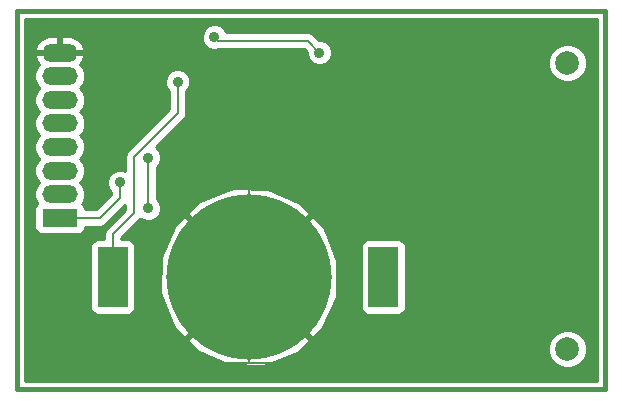
<source format=gbl>
G04 (created by PCBNEW-RS274X (2010-05-05 BZR 2356)-stable) date 4/07/2011 8:20:50 p.m.*
G01*
G70*
G90*
%MOIN*%
G04 Gerber Fmt 3.4, Leading zero omitted, Abs format*
%FSLAX34Y34*%
G04 APERTURE LIST*
%ADD10C,0.006000*%
%ADD11C,0.015000*%
%ADD12R,0.100000X0.200800*%
%ADD13C,0.551200*%
%ADD14O,0.118100X0.059100*%
%ADD15R,0.118100X0.059100*%
%ADD16C,0.078700*%
%ADD17C,0.035000*%
%ADD18C,0.008000*%
%ADD19C,0.010000*%
G04 APERTURE END LIST*
G54D10*
G54D11*
X39291Y-32323D02*
X39291Y-19764D01*
X19685Y-32362D02*
X39291Y-32362D01*
X19685Y-19763D02*
X19685Y-32362D01*
X39291Y-19763D02*
X19685Y-19763D01*
G54D12*
X22874Y-28622D03*
X31890Y-28622D03*
G54D13*
X27402Y-28622D03*
G54D14*
X21102Y-25078D03*
X21102Y-25865D03*
G54D15*
X21102Y-26653D03*
G54D14*
X21102Y-24291D03*
X21102Y-23503D03*
X21102Y-22716D03*
X21102Y-21929D03*
X21102Y-21142D03*
G54D16*
X38032Y-31019D03*
X38032Y-21491D03*
G54D17*
X24055Y-24645D03*
X24055Y-26338D03*
X23110Y-25472D03*
X26260Y-20630D03*
X29764Y-21142D03*
X25709Y-20748D03*
X31417Y-20236D03*
X29764Y-20236D03*
X29645Y-31495D03*
X31260Y-31495D03*
X35669Y-31495D03*
X37992Y-28188D03*
X37992Y-26023D03*
X37992Y-24015D03*
X35433Y-20629D03*
X22638Y-20236D03*
X23701Y-20236D03*
X20984Y-31495D03*
X20118Y-31496D03*
X20118Y-28661D03*
X20118Y-30118D03*
X22559Y-31495D03*
X29330Y-25866D03*
X29409Y-28464D03*
X25039Y-22126D03*
G54D18*
X24055Y-24645D02*
X24055Y-26338D01*
X21102Y-26653D02*
X22441Y-26653D01*
X23110Y-25984D02*
X23110Y-25472D01*
X22441Y-26653D02*
X23110Y-25984D01*
X29764Y-21142D02*
X29370Y-20748D01*
X26378Y-20748D02*
X26260Y-20630D01*
X29370Y-20748D02*
X26378Y-20748D01*
X27402Y-31495D02*
X27402Y-28622D01*
X27402Y-28622D02*
X27402Y-22520D01*
X27402Y-22520D02*
X26023Y-21141D01*
X26023Y-21141D02*
X25906Y-21141D01*
X25906Y-21141D02*
X25906Y-20945D01*
X25906Y-20945D02*
X25709Y-20748D01*
X29764Y-20236D02*
X23701Y-20236D01*
X31260Y-31495D02*
X35669Y-31495D01*
X37992Y-28188D02*
X37992Y-26023D01*
X37992Y-24015D02*
X35433Y-21456D01*
X35433Y-21456D02*
X35433Y-20629D01*
X22559Y-31495D02*
X27402Y-31495D01*
X27402Y-31495D02*
X29645Y-31495D01*
X21102Y-20433D02*
X21102Y-21142D01*
X21299Y-20236D02*
X21102Y-20433D01*
X22638Y-20236D02*
X21299Y-20236D01*
X25906Y-21141D02*
X21102Y-21142D01*
X20984Y-31495D02*
X20118Y-31496D01*
X27402Y-28622D02*
X25393Y-28661D01*
X20118Y-31496D02*
X20118Y-30118D01*
X29409Y-28464D02*
X29409Y-25945D01*
X29409Y-25945D02*
X29330Y-25866D01*
X22874Y-28622D02*
X22874Y-27205D01*
X23583Y-25905D02*
X23583Y-24606D01*
X23583Y-24606D02*
X25039Y-23150D01*
X25039Y-23150D02*
X25039Y-22126D01*
X23583Y-26496D02*
X23583Y-25905D01*
X22874Y-27205D02*
X23583Y-26496D01*
G54D19*
X19960Y-20038D02*
X39016Y-20038D01*
X19960Y-20118D02*
X39016Y-20118D01*
X19960Y-20198D02*
X39016Y-20198D01*
X19960Y-20278D02*
X26011Y-20278D01*
X26509Y-20278D02*
X39016Y-20278D01*
X19960Y-20358D02*
X25931Y-20358D01*
X26589Y-20358D02*
X39016Y-20358D01*
X19960Y-20438D02*
X25880Y-20438D01*
X26641Y-20438D02*
X39016Y-20438D01*
X19960Y-20518D02*
X25847Y-20518D01*
X29538Y-20518D02*
X39016Y-20518D01*
X19960Y-20598D02*
X20708Y-20598D01*
X21052Y-20598D02*
X21152Y-20598D01*
X21497Y-20598D02*
X25835Y-20598D01*
X29630Y-20598D02*
X39016Y-20598D01*
X19960Y-20678D02*
X20507Y-20678D01*
X21052Y-20678D02*
X21152Y-20678D01*
X21698Y-20678D02*
X25835Y-20678D01*
X29710Y-20678D02*
X39016Y-20678D01*
X19960Y-20758D02*
X20424Y-20758D01*
X21052Y-20758D02*
X21152Y-20758D01*
X21781Y-20758D02*
X25853Y-20758D01*
X29948Y-20758D02*
X39016Y-20758D01*
X19960Y-20838D02*
X20349Y-20838D01*
X21052Y-20838D02*
X21152Y-20838D01*
X21856Y-20838D02*
X25885Y-20838D01*
X30061Y-20838D02*
X39016Y-20838D01*
X19960Y-20918D02*
X20316Y-20918D01*
X21052Y-20918D02*
X21152Y-20918D01*
X21889Y-20918D02*
X25947Y-20918D01*
X30132Y-20918D02*
X37737Y-20918D01*
X38328Y-20918D02*
X39016Y-20918D01*
X19960Y-20998D02*
X20284Y-20998D01*
X21052Y-20998D02*
X21152Y-20998D01*
X21921Y-20998D02*
X26038Y-20998D01*
X30165Y-20998D02*
X37617Y-20998D01*
X38448Y-20998D02*
X39016Y-20998D01*
X19960Y-21078D02*
X20319Y-21078D01*
X21052Y-21078D02*
X21152Y-21078D01*
X21885Y-21078D02*
X29290Y-21078D01*
X30189Y-21078D02*
X37537Y-21078D01*
X38528Y-21078D02*
X39016Y-21078D01*
X19960Y-21158D02*
X29339Y-21158D01*
X30189Y-21158D02*
X37475Y-21158D01*
X38590Y-21158D02*
X39016Y-21158D01*
X19960Y-21238D02*
X20301Y-21238D01*
X21904Y-21238D02*
X29343Y-21238D01*
X30184Y-21238D02*
X37442Y-21238D01*
X38623Y-21238D02*
X39016Y-21238D01*
X19960Y-21318D02*
X20296Y-21318D01*
X21907Y-21318D02*
X29376Y-21318D01*
X30151Y-21318D02*
X37408Y-21318D01*
X38656Y-21318D02*
X39016Y-21318D01*
X19960Y-21398D02*
X20328Y-21398D01*
X21875Y-21398D02*
X29419Y-21398D01*
X30109Y-21398D02*
X37389Y-21398D01*
X38675Y-21398D02*
X39016Y-21398D01*
X19960Y-21478D02*
X20373Y-21478D01*
X21829Y-21478D02*
X29499Y-21478D01*
X30029Y-21478D02*
X37389Y-21478D01*
X38675Y-21478D02*
X39016Y-21478D01*
X19960Y-21558D02*
X20405Y-21558D01*
X21799Y-21558D02*
X29657Y-21558D01*
X29869Y-21558D02*
X37389Y-21558D01*
X38675Y-21558D02*
X39016Y-21558D01*
X19960Y-21638D02*
X20333Y-21638D01*
X21872Y-21638D02*
X37397Y-21638D01*
X38667Y-21638D02*
X39016Y-21638D01*
X19960Y-21718D02*
X20300Y-21718D01*
X21905Y-21718D02*
X24914Y-21718D01*
X25165Y-21718D02*
X37430Y-21718D01*
X38633Y-21718D02*
X39016Y-21718D01*
X19960Y-21798D02*
X20267Y-21798D01*
X21938Y-21798D02*
X24766Y-21798D01*
X25312Y-21798D02*
X37463Y-21798D01*
X38600Y-21798D02*
X39016Y-21798D01*
X19960Y-21878D02*
X20256Y-21878D01*
X21948Y-21878D02*
X24686Y-21878D01*
X25392Y-21878D02*
X37510Y-21878D01*
X38553Y-21878D02*
X39016Y-21878D01*
X19960Y-21958D02*
X20256Y-21958D01*
X21948Y-21958D02*
X24649Y-21958D01*
X25430Y-21958D02*
X37590Y-21958D01*
X38473Y-21958D02*
X39016Y-21958D01*
X19960Y-22038D02*
X20257Y-22038D01*
X21947Y-22038D02*
X24616Y-22038D01*
X25463Y-22038D02*
X37674Y-22038D01*
X38390Y-22038D02*
X39016Y-22038D01*
X19960Y-22118D02*
X20290Y-22118D01*
X21913Y-22118D02*
X24614Y-22118D01*
X25464Y-22118D02*
X37864Y-22118D01*
X38197Y-22118D02*
X39016Y-22118D01*
X19960Y-22198D02*
X20323Y-22198D01*
X21880Y-22198D02*
X24614Y-22198D01*
X25464Y-22198D02*
X39016Y-22198D01*
X19960Y-22278D02*
X20383Y-22278D01*
X21819Y-22278D02*
X24641Y-22278D01*
X25436Y-22278D02*
X39016Y-22278D01*
X19960Y-22358D02*
X20393Y-22358D01*
X21812Y-22358D02*
X24674Y-22358D01*
X25402Y-22358D02*
X39016Y-22358D01*
X19960Y-22438D02*
X20328Y-22438D01*
X21878Y-22438D02*
X24749Y-22438D01*
X25329Y-22438D02*
X39016Y-22438D01*
X19960Y-22518D02*
X20295Y-22518D01*
X21911Y-22518D02*
X24749Y-22518D01*
X25329Y-22518D02*
X39016Y-22518D01*
X19960Y-22598D02*
X20261Y-22598D01*
X21944Y-22598D02*
X24749Y-22598D01*
X25329Y-22598D02*
X39016Y-22598D01*
X19960Y-22678D02*
X20256Y-22678D01*
X21948Y-22678D02*
X24749Y-22678D01*
X25329Y-22678D02*
X39016Y-22678D01*
X19960Y-22758D02*
X20256Y-22758D01*
X21948Y-22758D02*
X24749Y-22758D01*
X25329Y-22758D02*
X39016Y-22758D01*
X19960Y-22838D02*
X20262Y-22838D01*
X21941Y-22838D02*
X24749Y-22838D01*
X25329Y-22838D02*
X39016Y-22838D01*
X19960Y-22918D02*
X20295Y-22918D01*
X21908Y-22918D02*
X24749Y-22918D01*
X25329Y-22918D02*
X39016Y-22918D01*
X19960Y-22998D02*
X20328Y-22998D01*
X21874Y-22998D02*
X24749Y-22998D01*
X25329Y-22998D02*
X39016Y-22998D01*
X19960Y-23078D02*
X20396Y-23078D01*
X21806Y-23078D02*
X24701Y-23078D01*
X25329Y-23078D02*
X39016Y-23078D01*
X19960Y-23158D02*
X20380Y-23158D01*
X21825Y-23158D02*
X24621Y-23158D01*
X25327Y-23158D02*
X39016Y-23158D01*
X19960Y-23238D02*
X20323Y-23238D01*
X21883Y-23238D02*
X24541Y-23238D01*
X25311Y-23238D02*
X39016Y-23238D01*
X19960Y-23318D02*
X20289Y-23318D01*
X21916Y-23318D02*
X24461Y-23318D01*
X25268Y-23318D02*
X39016Y-23318D01*
X19960Y-23398D02*
X20256Y-23398D01*
X21948Y-23398D02*
X24381Y-23398D01*
X25200Y-23398D02*
X39016Y-23398D01*
X19960Y-23478D02*
X20256Y-23478D01*
X21948Y-23478D02*
X24301Y-23478D01*
X25120Y-23478D02*
X39016Y-23478D01*
X19960Y-23558D02*
X20256Y-23558D01*
X21948Y-23558D02*
X24221Y-23558D01*
X25040Y-23558D02*
X39016Y-23558D01*
X19960Y-23638D02*
X20267Y-23638D01*
X21936Y-23638D02*
X24141Y-23638D01*
X24960Y-23638D02*
X39016Y-23638D01*
X19960Y-23718D02*
X20300Y-23718D01*
X21902Y-23718D02*
X24061Y-23718D01*
X24880Y-23718D02*
X39016Y-23718D01*
X19960Y-23798D02*
X20333Y-23798D01*
X21869Y-23798D02*
X23981Y-23798D01*
X24800Y-23798D02*
X39016Y-23798D01*
X19960Y-23878D02*
X20409Y-23878D01*
X21794Y-23878D02*
X23901Y-23878D01*
X24719Y-23878D02*
X39016Y-23878D01*
X19960Y-23958D02*
X20368Y-23958D01*
X21837Y-23958D02*
X23821Y-23958D01*
X24639Y-23958D02*
X39016Y-23958D01*
X19960Y-24038D02*
X20318Y-24038D01*
X21888Y-24038D02*
X23741Y-24038D01*
X24559Y-24038D02*
X39016Y-24038D01*
X19960Y-24118D02*
X20284Y-24118D01*
X21921Y-24118D02*
X23661Y-24118D01*
X24479Y-24118D02*
X39016Y-24118D01*
X19960Y-24198D02*
X20256Y-24198D01*
X21948Y-24198D02*
X23581Y-24198D01*
X24399Y-24198D02*
X39016Y-24198D01*
X19960Y-24278D02*
X20256Y-24278D01*
X21948Y-24278D02*
X23501Y-24278D01*
X24319Y-24278D02*
X39016Y-24278D01*
X19960Y-24358D02*
X20256Y-24358D01*
X21948Y-24358D02*
X23421Y-24358D01*
X24369Y-24358D02*
X39016Y-24358D01*
X19960Y-24438D02*
X20272Y-24438D01*
X21931Y-24438D02*
X23354Y-24438D01*
X24430Y-24438D02*
X39016Y-24438D01*
X19960Y-24518D02*
X20305Y-24518D01*
X21897Y-24518D02*
X23311Y-24518D01*
X24463Y-24518D02*
X39016Y-24518D01*
X19960Y-24598D02*
X20341Y-24598D01*
X21861Y-24598D02*
X23295Y-24598D01*
X24480Y-24598D02*
X39016Y-24598D01*
X19960Y-24678D02*
X20421Y-24678D01*
X21781Y-24678D02*
X23293Y-24678D01*
X24480Y-24678D02*
X39016Y-24678D01*
X19960Y-24758D02*
X20355Y-24758D01*
X21850Y-24758D02*
X23293Y-24758D01*
X24468Y-24758D02*
X39016Y-24758D01*
X19960Y-24838D02*
X20312Y-24838D01*
X21893Y-24838D02*
X23293Y-24838D01*
X24435Y-24838D02*
X39016Y-24838D01*
X19960Y-24918D02*
X20279Y-24918D01*
X21926Y-24918D02*
X23293Y-24918D01*
X24383Y-24918D02*
X39016Y-24918D01*
X19960Y-24998D02*
X20256Y-24998D01*
X21948Y-24998D02*
X23293Y-24998D01*
X24345Y-24998D02*
X39016Y-24998D01*
X19960Y-25078D02*
X20256Y-25078D01*
X21948Y-25078D02*
X22951Y-25078D01*
X23271Y-25078D02*
X23293Y-25078D01*
X24345Y-25078D02*
X39016Y-25078D01*
X19960Y-25158D02*
X20256Y-25158D01*
X21948Y-25158D02*
X22823Y-25158D01*
X24345Y-25158D02*
X39016Y-25158D01*
X19960Y-25238D02*
X20278Y-25238D01*
X21925Y-25238D02*
X22748Y-25238D01*
X24345Y-25238D02*
X39016Y-25238D01*
X19960Y-25318D02*
X20311Y-25318D01*
X21892Y-25318D02*
X22714Y-25318D01*
X24345Y-25318D02*
X39016Y-25318D01*
X19960Y-25398D02*
X20354Y-25398D01*
X21848Y-25398D02*
X22685Y-25398D01*
X24345Y-25398D02*
X39016Y-25398D01*
X19960Y-25478D02*
X20422Y-25478D01*
X21783Y-25478D02*
X22685Y-25478D01*
X24345Y-25478D02*
X39016Y-25478D01*
X19960Y-25558D02*
X20342Y-25558D01*
X21863Y-25558D02*
X22685Y-25558D01*
X24345Y-25558D02*
X39016Y-25558D01*
X19960Y-25638D02*
X20307Y-25638D01*
X21899Y-25638D02*
X22718Y-25638D01*
X24345Y-25638D02*
X39016Y-25638D01*
X19960Y-25718D02*
X20273Y-25718D01*
X21932Y-25718D02*
X22755Y-25718D01*
X24345Y-25718D02*
X26739Y-25718D01*
X28121Y-25718D02*
X39016Y-25718D01*
X19960Y-25798D02*
X20256Y-25798D01*
X21948Y-25798D02*
X22820Y-25798D01*
X24345Y-25798D02*
X26533Y-25798D01*
X28303Y-25798D02*
X39016Y-25798D01*
X19960Y-25878D02*
X20256Y-25878D01*
X21948Y-25878D02*
X22806Y-25878D01*
X24345Y-25878D02*
X26327Y-25878D01*
X28484Y-25878D02*
X39016Y-25878D01*
X19960Y-25958D02*
X20256Y-25958D01*
X21948Y-25958D02*
X22726Y-25958D01*
X24345Y-25958D02*
X26120Y-25958D01*
X28666Y-25958D02*
X39016Y-25958D01*
X19960Y-26038D02*
X20283Y-26038D01*
X21920Y-26038D02*
X22646Y-26038D01*
X24356Y-26038D02*
X25914Y-26038D01*
X28847Y-26038D02*
X39016Y-26038D01*
X19960Y-26118D02*
X20316Y-26118D01*
X21886Y-26118D02*
X22566Y-26118D01*
X24425Y-26118D02*
X25742Y-26118D01*
X29029Y-26118D02*
X39016Y-26118D01*
X19960Y-26198D02*
X20320Y-26198D01*
X21884Y-26198D02*
X22486Y-26198D01*
X24458Y-26198D02*
X25643Y-26198D01*
X29162Y-26198D02*
X39016Y-26198D01*
X19960Y-26278D02*
X20276Y-26278D01*
X21929Y-26278D02*
X22406Y-26278D01*
X23226Y-26278D02*
X23293Y-26278D01*
X24480Y-26278D02*
X25569Y-26278D01*
X29236Y-26278D02*
X39016Y-26278D01*
X19960Y-26358D02*
X20263Y-26358D01*
X21941Y-26358D02*
X22326Y-26358D01*
X23146Y-26358D02*
X23293Y-26358D01*
X24480Y-26358D02*
X25494Y-26358D01*
X29311Y-26358D02*
X39016Y-26358D01*
X19960Y-26438D02*
X20263Y-26438D01*
X23066Y-26438D02*
X23231Y-26438D01*
X24473Y-26438D02*
X25420Y-26438D01*
X29385Y-26438D02*
X39016Y-26438D01*
X19960Y-26518D02*
X20263Y-26518D01*
X22986Y-26518D02*
X23151Y-26518D01*
X24440Y-26518D02*
X25368Y-26518D01*
X29435Y-26518D02*
X39016Y-26518D01*
X19960Y-26598D02*
X20263Y-26598D01*
X22906Y-26598D02*
X23071Y-26598D01*
X24396Y-26598D02*
X25263Y-26598D01*
X25308Y-26598D02*
X25448Y-26598D01*
X29355Y-26598D02*
X29497Y-26598D01*
X29542Y-26598D02*
X39016Y-26598D01*
X19960Y-26678D02*
X20263Y-26678D01*
X22826Y-26678D02*
X22991Y-26678D01*
X24316Y-26678D02*
X25177Y-26678D01*
X25388Y-26678D02*
X25528Y-26678D01*
X29275Y-26678D02*
X29417Y-26678D01*
X29629Y-26678D02*
X39016Y-26678D01*
X19960Y-26758D02*
X20263Y-26758D01*
X22746Y-26758D02*
X22911Y-26758D01*
X23731Y-26758D02*
X23958Y-26758D01*
X24151Y-26758D02*
X25091Y-26758D01*
X25468Y-26758D02*
X25608Y-26758D01*
X29195Y-26758D02*
X29337Y-26758D01*
X29715Y-26758D02*
X39016Y-26758D01*
X19960Y-26838D02*
X20263Y-26838D01*
X22666Y-26838D02*
X22831Y-26838D01*
X23651Y-26838D02*
X25005Y-26838D01*
X25548Y-26838D02*
X25688Y-26838D01*
X29115Y-26838D02*
X29257Y-26838D01*
X29800Y-26838D02*
X39016Y-26838D01*
X19960Y-26918D02*
X20263Y-26918D01*
X22556Y-26918D02*
X22751Y-26918D01*
X23571Y-26918D02*
X24933Y-26918D01*
X25628Y-26918D02*
X25768Y-26918D01*
X29035Y-26918D02*
X29177Y-26918D01*
X29877Y-26918D02*
X39016Y-26918D01*
X19960Y-26998D02*
X20263Y-26998D01*
X21941Y-26998D02*
X22671Y-26998D01*
X23491Y-26998D02*
X24898Y-26998D01*
X25708Y-26998D02*
X25848Y-26998D01*
X28955Y-26998D02*
X29097Y-26998D01*
X29930Y-26998D02*
X39016Y-26998D01*
X19960Y-27078D02*
X20296Y-27078D01*
X21907Y-27078D02*
X22617Y-27078D01*
X23411Y-27078D02*
X24862Y-27078D01*
X25788Y-27078D02*
X25928Y-27078D01*
X28875Y-27078D02*
X29017Y-27078D01*
X29965Y-27078D02*
X39016Y-27078D01*
X19960Y-27158D02*
X20370Y-27158D01*
X21834Y-27158D02*
X22594Y-27158D01*
X23331Y-27158D02*
X24827Y-27158D01*
X25868Y-27158D02*
X26008Y-27158D01*
X28795Y-27158D02*
X28937Y-27158D01*
X29996Y-27158D02*
X39016Y-27158D01*
X19960Y-27238D02*
X22584Y-27238D01*
X23251Y-27238D02*
X24792Y-27238D01*
X25948Y-27238D02*
X26088Y-27238D01*
X28715Y-27238D02*
X28857Y-27238D01*
X30027Y-27238D02*
X39016Y-27238D01*
X19960Y-27318D02*
X22584Y-27318D01*
X23171Y-27318D02*
X24756Y-27318D01*
X26028Y-27318D02*
X26168Y-27318D01*
X28635Y-27318D02*
X28777Y-27318D01*
X30058Y-27318D02*
X39016Y-27318D01*
X19960Y-27398D02*
X22255Y-27398D01*
X23494Y-27398D02*
X24721Y-27398D01*
X26108Y-27398D02*
X26248Y-27398D01*
X28555Y-27398D02*
X28697Y-27398D01*
X30089Y-27398D02*
X31271Y-27398D01*
X32510Y-27398D02*
X39016Y-27398D01*
X19960Y-27478D02*
X22163Y-27478D01*
X23586Y-27478D02*
X24686Y-27478D01*
X26188Y-27478D02*
X26328Y-27478D01*
X28475Y-27478D02*
X28617Y-27478D01*
X30120Y-27478D02*
X31179Y-27478D01*
X32602Y-27478D02*
X39016Y-27478D01*
X19960Y-27558D02*
X22130Y-27558D01*
X23619Y-27558D02*
X24651Y-27558D01*
X26268Y-27558D02*
X26408Y-27558D01*
X28395Y-27558D02*
X28537Y-27558D01*
X30151Y-27558D02*
X31146Y-27558D01*
X32635Y-27558D02*
X39016Y-27558D01*
X19960Y-27638D02*
X22125Y-27638D01*
X23623Y-27638D02*
X24615Y-27638D01*
X26348Y-27638D02*
X26488Y-27638D01*
X28315Y-27638D02*
X28457Y-27638D01*
X30182Y-27638D02*
X31141Y-27638D01*
X32639Y-27638D02*
X39016Y-27638D01*
X19960Y-27718D02*
X22125Y-27718D01*
X23623Y-27718D02*
X24580Y-27718D01*
X26428Y-27718D02*
X26568Y-27718D01*
X28235Y-27718D02*
X28377Y-27718D01*
X30213Y-27718D02*
X31141Y-27718D01*
X32639Y-27718D02*
X39016Y-27718D01*
X19960Y-27798D02*
X22125Y-27798D01*
X23623Y-27798D02*
X24545Y-27798D01*
X26508Y-27798D02*
X26648Y-27798D01*
X28155Y-27798D02*
X28297Y-27798D01*
X30244Y-27798D02*
X31141Y-27798D01*
X32639Y-27798D02*
X39016Y-27798D01*
X19960Y-27878D02*
X22125Y-27878D01*
X23623Y-27878D02*
X24510Y-27878D01*
X26588Y-27878D02*
X26728Y-27878D01*
X28075Y-27878D02*
X28217Y-27878D01*
X30275Y-27878D02*
X31141Y-27878D01*
X32639Y-27878D02*
X39016Y-27878D01*
X19960Y-27958D02*
X22125Y-27958D01*
X23623Y-27958D02*
X24474Y-27958D01*
X26668Y-27958D02*
X26808Y-27958D01*
X27995Y-27958D02*
X28137Y-27958D01*
X30306Y-27958D02*
X31141Y-27958D01*
X32639Y-27958D02*
X39016Y-27958D01*
X19960Y-28038D02*
X22125Y-28038D01*
X23623Y-28038D02*
X24468Y-28038D01*
X26748Y-28038D02*
X26888Y-28038D01*
X27915Y-28038D02*
X28057Y-28038D01*
X30337Y-28038D02*
X31141Y-28038D01*
X32639Y-28038D02*
X39016Y-28038D01*
X19960Y-28118D02*
X22125Y-28118D01*
X23623Y-28118D02*
X24466Y-28118D01*
X26828Y-28118D02*
X26968Y-28118D01*
X27835Y-28118D02*
X27977Y-28118D01*
X30361Y-28118D02*
X31141Y-28118D01*
X32639Y-28118D02*
X39016Y-28118D01*
X19960Y-28198D02*
X22125Y-28198D01*
X23623Y-28198D02*
X24464Y-28198D01*
X26908Y-28198D02*
X27048Y-28198D01*
X27755Y-28198D02*
X27897Y-28198D01*
X30359Y-28198D02*
X31141Y-28198D01*
X32639Y-28198D02*
X39016Y-28198D01*
X19960Y-28278D02*
X22125Y-28278D01*
X23623Y-28278D02*
X24462Y-28278D01*
X26988Y-28278D02*
X27128Y-28278D01*
X27675Y-28278D02*
X27817Y-28278D01*
X30357Y-28278D02*
X31141Y-28278D01*
X32639Y-28278D02*
X39016Y-28278D01*
X19960Y-28358D02*
X22125Y-28358D01*
X23623Y-28358D02*
X24461Y-28358D01*
X27068Y-28358D02*
X27208Y-28358D01*
X27595Y-28358D02*
X27737Y-28358D01*
X30356Y-28358D02*
X31141Y-28358D01*
X32639Y-28358D02*
X39016Y-28358D01*
X19960Y-28438D02*
X22125Y-28438D01*
X23623Y-28438D02*
X24459Y-28438D01*
X27148Y-28438D02*
X27288Y-28438D01*
X27515Y-28438D02*
X27657Y-28438D01*
X30354Y-28438D02*
X31141Y-28438D01*
X32639Y-28438D02*
X39016Y-28438D01*
X19960Y-28518D02*
X22125Y-28518D01*
X23623Y-28518D02*
X24457Y-28518D01*
X27228Y-28518D02*
X27368Y-28518D01*
X27435Y-28518D02*
X27577Y-28518D01*
X30352Y-28518D02*
X31141Y-28518D01*
X32639Y-28518D02*
X39016Y-28518D01*
X19960Y-28598D02*
X22125Y-28598D01*
X23623Y-28598D02*
X24455Y-28598D01*
X27308Y-28598D02*
X27497Y-28598D01*
X30350Y-28598D02*
X31141Y-28598D01*
X32639Y-28598D02*
X39016Y-28598D01*
X19960Y-28678D02*
X22125Y-28678D01*
X23623Y-28678D02*
X24453Y-28678D01*
X27275Y-28678D02*
X27528Y-28678D01*
X30348Y-28678D02*
X31141Y-28678D01*
X32639Y-28678D02*
X39016Y-28678D01*
X19960Y-28758D02*
X22125Y-28758D01*
X23623Y-28758D02*
X24451Y-28758D01*
X27195Y-28758D02*
X27337Y-28758D01*
X27468Y-28758D02*
X27608Y-28758D01*
X30346Y-28758D02*
X31141Y-28758D01*
X32639Y-28758D02*
X39016Y-28758D01*
X19960Y-28838D02*
X22125Y-28838D01*
X23623Y-28838D02*
X24449Y-28838D01*
X27115Y-28838D02*
X27257Y-28838D01*
X27548Y-28838D02*
X27688Y-28838D01*
X30345Y-28838D02*
X31141Y-28838D01*
X32639Y-28838D02*
X39016Y-28838D01*
X19960Y-28918D02*
X22125Y-28918D01*
X23623Y-28918D02*
X24448Y-28918D01*
X27035Y-28918D02*
X27177Y-28918D01*
X27628Y-28918D02*
X27768Y-28918D01*
X30343Y-28918D02*
X31141Y-28918D01*
X32639Y-28918D02*
X39016Y-28918D01*
X19960Y-28998D02*
X22125Y-28998D01*
X23623Y-28998D02*
X24446Y-28998D01*
X26955Y-28998D02*
X27097Y-28998D01*
X27708Y-28998D02*
X27848Y-28998D01*
X30341Y-28998D02*
X31141Y-28998D01*
X32639Y-28998D02*
X39016Y-28998D01*
X19960Y-29078D02*
X22125Y-29078D01*
X23623Y-29078D02*
X24444Y-29078D01*
X26875Y-29078D02*
X27017Y-29078D01*
X27788Y-29078D02*
X27928Y-29078D01*
X30339Y-29078D02*
X31141Y-29078D01*
X32639Y-29078D02*
X39016Y-29078D01*
X19960Y-29158D02*
X22125Y-29158D01*
X23623Y-29158D02*
X24448Y-29158D01*
X26795Y-29158D02*
X26937Y-29158D01*
X27868Y-29158D02*
X28008Y-29158D01*
X30337Y-29158D02*
X31141Y-29158D01*
X32639Y-29158D02*
X39016Y-29158D01*
X19960Y-29238D02*
X22125Y-29238D01*
X23623Y-29238D02*
X24479Y-29238D01*
X26715Y-29238D02*
X26857Y-29238D01*
X27948Y-29238D02*
X28088Y-29238D01*
X30335Y-29238D02*
X31141Y-29238D01*
X32639Y-29238D02*
X39016Y-29238D01*
X19960Y-29318D02*
X22125Y-29318D01*
X23623Y-29318D02*
X24510Y-29318D01*
X26635Y-29318D02*
X26777Y-29318D01*
X28028Y-29318D02*
X28168Y-29318D01*
X30316Y-29318D02*
X31141Y-29318D01*
X32639Y-29318D02*
X39016Y-29318D01*
X19960Y-29398D02*
X22125Y-29398D01*
X23623Y-29398D02*
X24541Y-29398D01*
X26555Y-29398D02*
X26697Y-29398D01*
X28108Y-29398D02*
X28248Y-29398D01*
X30280Y-29398D02*
X31141Y-29398D01*
X32639Y-29398D02*
X39016Y-29398D01*
X19960Y-29478D02*
X22125Y-29478D01*
X23623Y-29478D02*
X24572Y-29478D01*
X26475Y-29478D02*
X26617Y-29478D01*
X28188Y-29478D02*
X28328Y-29478D01*
X30245Y-29478D02*
X31141Y-29478D01*
X32639Y-29478D02*
X39016Y-29478D01*
X19960Y-29558D02*
X22125Y-29558D01*
X23623Y-29558D02*
X24603Y-29558D01*
X26395Y-29558D02*
X26537Y-29558D01*
X28268Y-29558D02*
X28408Y-29558D01*
X30210Y-29558D02*
X31141Y-29558D01*
X32639Y-29558D02*
X39016Y-29558D01*
X19960Y-29638D02*
X22125Y-29638D01*
X23623Y-29638D02*
X24634Y-29638D01*
X26315Y-29638D02*
X26457Y-29638D01*
X28348Y-29638D02*
X28488Y-29638D01*
X30174Y-29638D02*
X31141Y-29638D01*
X32639Y-29638D02*
X39016Y-29638D01*
X19960Y-29718D02*
X22142Y-29718D01*
X23605Y-29718D02*
X24665Y-29718D01*
X26235Y-29718D02*
X26377Y-29718D01*
X28428Y-29718D02*
X28568Y-29718D01*
X30139Y-29718D02*
X31158Y-29718D01*
X32621Y-29718D02*
X39016Y-29718D01*
X19960Y-29798D02*
X22194Y-29798D01*
X23554Y-29798D02*
X24696Y-29798D01*
X26155Y-29798D02*
X26297Y-29798D01*
X28508Y-29798D02*
X28648Y-29798D01*
X30104Y-29798D02*
X31210Y-29798D01*
X32570Y-29798D02*
X39016Y-29798D01*
X19960Y-29878D02*
X24727Y-29878D01*
X26075Y-29878D02*
X26217Y-29878D01*
X28588Y-29878D02*
X28728Y-29878D01*
X30069Y-29878D02*
X39016Y-29878D01*
X19960Y-29958D02*
X24758Y-29958D01*
X25995Y-29958D02*
X26137Y-29958D01*
X28668Y-29958D02*
X28808Y-29958D01*
X30033Y-29958D02*
X39016Y-29958D01*
X19960Y-30038D02*
X24789Y-30038D01*
X25915Y-30038D02*
X26057Y-30038D01*
X28748Y-30038D02*
X28888Y-30038D01*
X29998Y-30038D02*
X39016Y-30038D01*
X19960Y-30118D02*
X24821Y-30118D01*
X25835Y-30118D02*
X25977Y-30118D01*
X28828Y-30118D02*
X28968Y-30118D01*
X29963Y-30118D02*
X39016Y-30118D01*
X19960Y-30198D02*
X24852Y-30198D01*
X25755Y-30198D02*
X25897Y-30198D01*
X28908Y-30198D02*
X29048Y-30198D01*
X29928Y-30198D02*
X39016Y-30198D01*
X19960Y-30278D02*
X24895Y-30278D01*
X25675Y-30278D02*
X25817Y-30278D01*
X28988Y-30278D02*
X29128Y-30278D01*
X29892Y-30278D02*
X39016Y-30278D01*
X19960Y-30358D02*
X24952Y-30358D01*
X25595Y-30358D02*
X25737Y-30358D01*
X29068Y-30358D02*
X29208Y-30358D01*
X29851Y-30358D02*
X39016Y-30358D01*
X19960Y-30438D02*
X25038Y-30438D01*
X25515Y-30438D02*
X25657Y-30438D01*
X29148Y-30438D02*
X29288Y-30438D01*
X29765Y-30438D02*
X37755Y-30438D01*
X38309Y-30438D02*
X39016Y-30438D01*
X19960Y-30518D02*
X25124Y-30518D01*
X25435Y-30518D02*
X25577Y-30518D01*
X29228Y-30518D02*
X29368Y-30518D01*
X29679Y-30518D02*
X37625Y-30518D01*
X38440Y-30518D02*
X39016Y-30518D01*
X19960Y-30598D02*
X25210Y-30598D01*
X25355Y-30598D02*
X25497Y-30598D01*
X29308Y-30598D02*
X29448Y-30598D01*
X29593Y-30598D02*
X37545Y-30598D01*
X38520Y-30598D02*
X39016Y-30598D01*
X19960Y-30678D02*
X25417Y-30678D01*
X29388Y-30678D02*
X37478Y-30678D01*
X38587Y-30678D02*
X39016Y-30678D01*
X19960Y-30758D02*
X25374Y-30758D01*
X29429Y-30758D02*
X37445Y-30758D01*
X38620Y-30758D02*
X39016Y-30758D01*
X19960Y-30838D02*
X25449Y-30838D01*
X29354Y-30838D02*
X37411Y-30838D01*
X38653Y-30838D02*
X39016Y-30838D01*
X19960Y-30918D02*
X25523Y-30918D01*
X29280Y-30918D02*
X37389Y-30918D01*
X38675Y-30918D02*
X39016Y-30918D01*
X19960Y-30998D02*
X25597Y-30998D01*
X29206Y-30998D02*
X37389Y-30998D01*
X38675Y-30998D02*
X39016Y-30998D01*
X19960Y-31078D02*
X25672Y-31078D01*
X29131Y-31078D02*
X37389Y-31078D01*
X38675Y-31078D02*
X39016Y-31078D01*
X19960Y-31158D02*
X25848Y-31158D01*
X29014Y-31158D02*
X37393Y-31158D01*
X38670Y-31158D02*
X39016Y-31158D01*
X19960Y-31238D02*
X26029Y-31238D01*
X28807Y-31238D02*
X37427Y-31238D01*
X38637Y-31238D02*
X39016Y-31238D01*
X19960Y-31318D02*
X26211Y-31318D01*
X28601Y-31318D02*
X37460Y-31318D01*
X38603Y-31318D02*
X39016Y-31318D01*
X19960Y-31398D02*
X26392Y-31398D01*
X28395Y-31398D02*
X37502Y-31398D01*
X38561Y-31398D02*
X39016Y-31398D01*
X19960Y-31478D02*
X26574Y-31478D01*
X28189Y-31478D02*
X37582Y-31478D01*
X38481Y-31478D02*
X39016Y-31478D01*
X19960Y-31558D02*
X26879Y-31558D01*
X27982Y-31558D02*
X37662Y-31558D01*
X38401Y-31558D02*
X39016Y-31558D01*
X19960Y-31638D02*
X37845Y-31638D01*
X38216Y-31638D02*
X39016Y-31638D01*
X19960Y-31718D02*
X39016Y-31718D01*
X19960Y-31798D02*
X39016Y-31798D01*
X19960Y-31878D02*
X39016Y-31878D01*
X19960Y-31958D02*
X39016Y-31958D01*
X19960Y-32038D02*
X39016Y-32038D01*
X39016Y-32087D02*
X39016Y-20038D01*
X19960Y-20038D01*
X19960Y-32087D01*
X22324Y-32087D01*
X22324Y-29875D01*
X22233Y-29837D01*
X22163Y-29767D01*
X22125Y-29675D01*
X22125Y-27568D01*
X22163Y-27477D01*
X22233Y-27407D01*
X22325Y-27369D01*
X22584Y-27369D01*
X22584Y-27205D01*
X22606Y-27094D01*
X22669Y-27000D01*
X23293Y-26375D01*
X23293Y-26211D01*
X22646Y-26858D01*
X22552Y-26921D01*
X22441Y-26943D01*
X21941Y-26943D01*
X21941Y-26998D01*
X21903Y-27089D01*
X21833Y-27159D01*
X21741Y-27197D01*
X20462Y-27197D01*
X20371Y-27159D01*
X20301Y-27089D01*
X20263Y-26997D01*
X20263Y-26308D01*
X20301Y-26217D01*
X20343Y-26174D01*
X20337Y-26168D01*
X20256Y-25971D01*
X20256Y-25758D01*
X20338Y-25562D01*
X20428Y-25471D01*
X20337Y-25381D01*
X20256Y-25184D01*
X20256Y-24971D01*
X20338Y-24775D01*
X20428Y-24684D01*
X20337Y-24594D01*
X20256Y-24397D01*
X20256Y-24184D01*
X20338Y-23988D01*
X20428Y-23896D01*
X20337Y-23806D01*
X20256Y-23609D01*
X20256Y-23396D01*
X20338Y-23200D01*
X20428Y-23109D01*
X20337Y-23019D01*
X20256Y-22822D01*
X20256Y-22609D01*
X20338Y-22413D01*
X20428Y-22322D01*
X20337Y-22232D01*
X20256Y-22035D01*
X20256Y-21822D01*
X20338Y-21626D01*
X20430Y-21532D01*
X20353Y-21458D01*
X20279Y-21276D01*
X20327Y-21192D01*
X20327Y-21092D01*
X20279Y-21008D01*
X20353Y-20826D01*
X20509Y-20676D01*
X20710Y-20597D01*
X21052Y-20597D01*
X21052Y-21092D01*
X20327Y-21092D01*
X20327Y-21192D01*
X21052Y-21192D01*
X21152Y-21192D01*
X21152Y-21092D01*
X21152Y-20597D01*
X21494Y-20597D01*
X21695Y-20676D01*
X21851Y-20826D01*
X21925Y-21008D01*
X21877Y-21092D01*
X21152Y-21092D01*
X21152Y-21192D01*
X21877Y-21192D01*
X21925Y-21276D01*
X21851Y-21458D01*
X21773Y-21532D01*
X21867Y-21626D01*
X21948Y-21823D01*
X21948Y-22036D01*
X21866Y-22232D01*
X21775Y-22322D01*
X21867Y-22413D01*
X21948Y-22610D01*
X21948Y-22823D01*
X21866Y-23019D01*
X21775Y-23109D01*
X21867Y-23200D01*
X21948Y-23397D01*
X21948Y-23610D01*
X21866Y-23806D01*
X21775Y-23897D01*
X21867Y-23988D01*
X21948Y-24185D01*
X21948Y-24398D01*
X21866Y-24594D01*
X21775Y-24684D01*
X21867Y-24775D01*
X21948Y-24972D01*
X21948Y-25185D01*
X21866Y-25381D01*
X21775Y-25471D01*
X21867Y-25562D01*
X21948Y-25759D01*
X21948Y-25972D01*
X21866Y-26168D01*
X21860Y-26174D01*
X21903Y-26217D01*
X21941Y-26309D01*
X21941Y-26363D01*
X22321Y-26362D01*
X22820Y-25864D01*
X22820Y-25783D01*
X22749Y-25712D01*
X22685Y-25556D01*
X22685Y-25387D01*
X22750Y-25231D01*
X22870Y-25111D01*
X23026Y-25047D01*
X23195Y-25047D01*
X23293Y-25087D01*
X23293Y-24606D01*
X23315Y-24495D01*
X23378Y-24401D01*
X24749Y-23030D01*
X24749Y-22437D01*
X24678Y-22366D01*
X24614Y-22210D01*
X24614Y-22041D01*
X24679Y-21885D01*
X24799Y-21765D01*
X24955Y-21701D01*
X25124Y-21701D01*
X25280Y-21766D01*
X25400Y-21886D01*
X25464Y-22042D01*
X25464Y-22211D01*
X25399Y-22367D01*
X25329Y-22437D01*
X25329Y-23150D01*
X25307Y-23261D01*
X25244Y-23355D01*
X24304Y-24293D01*
X24416Y-24405D01*
X24480Y-24561D01*
X24480Y-24730D01*
X24415Y-24886D01*
X24345Y-24956D01*
X24345Y-26027D01*
X24416Y-26098D01*
X24480Y-26254D01*
X24480Y-26423D01*
X24415Y-26579D01*
X24295Y-26699D01*
X24139Y-26763D01*
X23970Y-26763D01*
X23814Y-26698D01*
X23799Y-26683D01*
X23788Y-26702D01*
X23164Y-27325D01*
X23164Y-27369D01*
X23424Y-27369D01*
X23515Y-27407D01*
X23585Y-27477D01*
X23623Y-27569D01*
X23623Y-29676D01*
X23585Y-29767D01*
X23515Y-29837D01*
X23423Y-29875D01*
X22324Y-29875D01*
X22324Y-32087D01*
X25286Y-32087D01*
X25286Y-30668D01*
X24942Y-30348D01*
X24866Y-30234D01*
X24442Y-29141D01*
X24469Y-27969D01*
X24942Y-26896D01*
X25286Y-26576D01*
X27331Y-28622D01*
X25286Y-30668D01*
X25286Y-32087D01*
X27921Y-32087D01*
X27921Y-31582D01*
X26749Y-31555D01*
X25676Y-31082D01*
X25356Y-30738D01*
X27402Y-28693D01*
X27402Y-28551D01*
X25356Y-26506D01*
X25676Y-26162D01*
X25790Y-26086D01*
X26883Y-25662D01*
X28055Y-25689D01*
X29128Y-26162D01*
X29448Y-26506D01*
X27402Y-28551D01*
X27402Y-28693D01*
X29448Y-30738D01*
X29128Y-31082D01*
X29014Y-31158D01*
X27921Y-31582D01*
X27921Y-32087D01*
X29518Y-32087D01*
X29518Y-30668D01*
X27473Y-28622D01*
X29518Y-26576D01*
X29679Y-26725D01*
X29679Y-21567D01*
X29523Y-21502D01*
X29403Y-21382D01*
X29339Y-21226D01*
X29339Y-21127D01*
X29250Y-21038D01*
X26385Y-21038D01*
X26344Y-21055D01*
X26175Y-21055D01*
X26019Y-20990D01*
X25899Y-20870D01*
X25835Y-20714D01*
X25835Y-20545D01*
X25900Y-20389D01*
X26020Y-20269D01*
X26176Y-20205D01*
X26345Y-20205D01*
X26501Y-20270D01*
X26621Y-20390D01*
X26648Y-20458D01*
X29370Y-20458D01*
X29481Y-20480D01*
X29575Y-20543D01*
X29748Y-20717D01*
X29849Y-20717D01*
X30005Y-20782D01*
X30125Y-20902D01*
X30189Y-21058D01*
X30189Y-21227D01*
X30124Y-21383D01*
X30004Y-21503D01*
X29848Y-21567D01*
X29679Y-21567D01*
X29679Y-26725D01*
X29862Y-26896D01*
X29938Y-27010D01*
X30362Y-28103D01*
X30335Y-29275D01*
X29862Y-30348D01*
X29679Y-30518D01*
X29518Y-30668D01*
X29518Y-32087D01*
X31340Y-32087D01*
X31340Y-29875D01*
X31249Y-29837D01*
X31179Y-29767D01*
X31141Y-29675D01*
X31141Y-27568D01*
X31179Y-27477D01*
X31249Y-27407D01*
X31341Y-27369D01*
X32440Y-27369D01*
X32531Y-27407D01*
X32601Y-27477D01*
X32639Y-27569D01*
X32639Y-29676D01*
X32601Y-29767D01*
X32531Y-29837D01*
X32439Y-29875D01*
X31340Y-29875D01*
X31340Y-32087D01*
X37903Y-32087D01*
X37903Y-31662D01*
X37667Y-31563D01*
X37487Y-31382D01*
X37389Y-31146D01*
X37389Y-30890D01*
X37488Y-30654D01*
X37669Y-30474D01*
X37903Y-30376D01*
X37903Y-22134D01*
X37667Y-22035D01*
X37487Y-21854D01*
X37389Y-21618D01*
X37389Y-21362D01*
X37488Y-21126D01*
X37669Y-20946D01*
X37905Y-20848D01*
X38161Y-20848D01*
X38397Y-20947D01*
X38577Y-21128D01*
X38675Y-21364D01*
X38675Y-21620D01*
X38576Y-21856D01*
X38395Y-22036D01*
X38159Y-22134D01*
X37903Y-22134D01*
X37903Y-30376D01*
X38161Y-30376D01*
X38397Y-30475D01*
X38577Y-30656D01*
X38675Y-30892D01*
X38675Y-31148D01*
X38576Y-31384D01*
X38395Y-31564D01*
X38159Y-31662D01*
X37903Y-31662D01*
X37903Y-32087D01*
X39016Y-32087D01*
M02*

</source>
